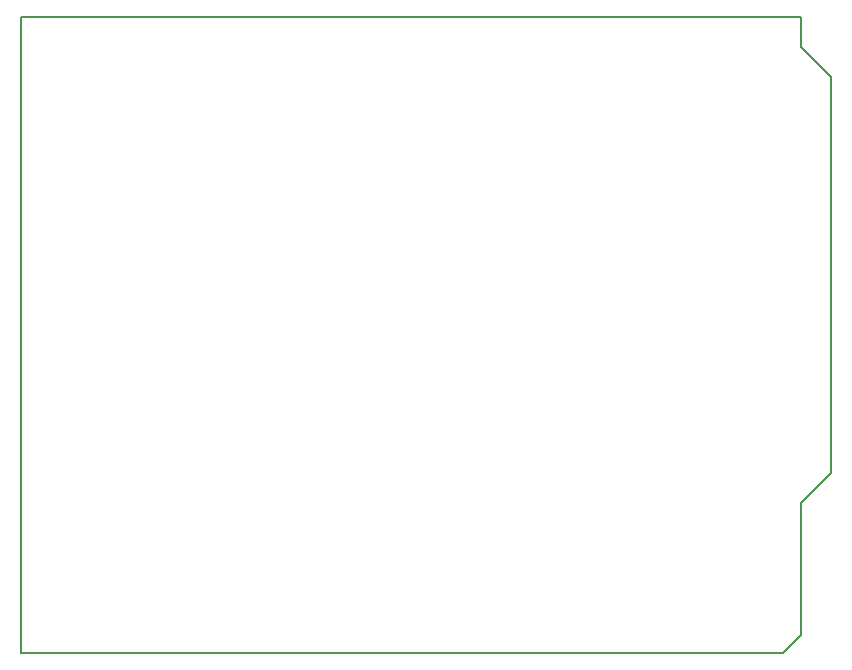
<source format=gm1>
G04 #@! TF.GenerationSoftware,KiCad,Pcbnew,5.0.2+dfsg1-1~bpo9+1*
G04 #@! TF.CreationDate,2020-03-31T02:51:35-04:00*
G04 #@! TF.ProjectId,pcb,7063622e-6b69-4636-9164-5f7063625858,rev?*
G04 #@! TF.SameCoordinates,Original*
G04 #@! TF.FileFunction,Profile,NP*
%FSLAX46Y46*%
G04 Gerber Fmt 4.6, Leading zero omitted, Abs format (unit mm)*
G04 Created by KiCad (PCBNEW 5.0.2+dfsg1-1~bpo9+1) date Tue 31 Mar 2020 02:51:35 AM EDT*
%MOMM*%
%LPD*%
G01*
G04 APERTURE LIST*
%ADD10C,0.152400*%
G04 APERTURE END LIST*
D10*
X165100000Y-141224000D02*
X101600000Y-141224000D01*
X166624000Y-139700000D02*
X165100000Y-141224000D01*
X166624000Y-128524000D02*
X166624000Y-139700000D01*
X169164000Y-125984000D02*
X166624000Y-128524000D01*
X169164000Y-92456000D02*
X169164000Y-125984000D01*
X166624000Y-89916000D02*
X169164000Y-92456000D01*
X166624000Y-87376000D02*
X166624000Y-89916000D01*
X100584000Y-87376000D02*
X166624000Y-87376000D01*
X100584000Y-87884000D02*
X100584000Y-87376000D01*
X100584000Y-141224000D02*
X100584000Y-87884000D01*
X101600000Y-141224000D02*
X100584000Y-141224000D01*
M02*

</source>
